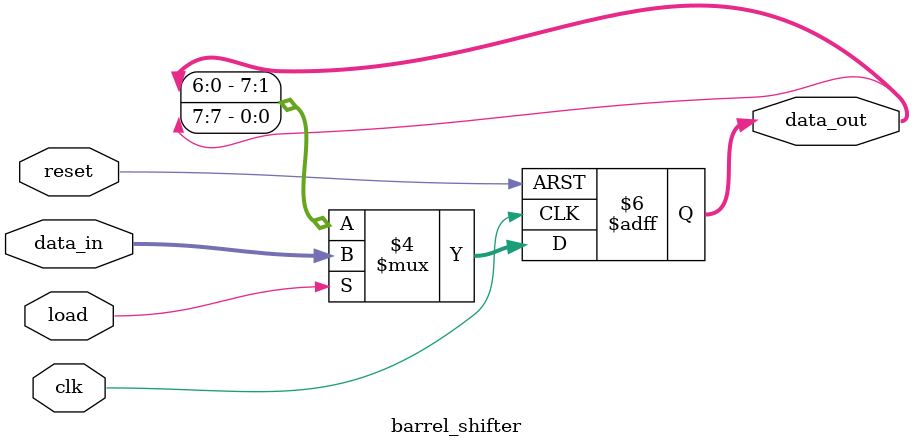
<source format=v>

/*#
# SharkBoad
# Copyright (C) 2012 Bogotá, Colombia
#
# This program is free software: you can redistribute it and/or modify
# it under the terms of the GNU General Public License as published by
# the Free Software Foundation, version 3 of the License.
#
# This program is distributed in the hope that it will be useful,
# but WITHOUT ANY WARRANTY; without even the implied warranty of
# MERCHANTABILITY or FITNESS FOR A PARTICULAR PURPOSE.  See the
# GNU General Public License for more details.
#
# You should have received a copy of the GNU General Public License
# along with this program.  If not, see <http://www.gnu.org/licenses/>.
#*/

/*
  _________.__                  __   __________                       .___
 /   _____/|  |__ _____ _______|  | _\______   \ _________ _______  __| _/
 \_____  \ |  |  \\__  \\_  __ \  |/ /|    |  _//  _ \__  \\_  __ \/ __ | 
 /        \|   Y  \/ __ \|  | \/    < |    |   (  <_> ) __ \|  | \/ /_/ | 
/_______  /|___|  (____  /__|  |__|_ \|______  /\____(____  /__|  \____ | 
        \/      \/     \/           \/       \/           \/           \/ 

*/
// Based on Pong P. Chu - FPGA Prototyping by Verilog Examples 
// Listing 4.11

module barrel_shifter
	#(
    parameter N=8 // number of bits in counter
    )
	(
	output reg [N-1:0] data_out,
	input [N-1:0] data_in,
	input load, clk, reset
	);
	
	always @ (posedge reset or posedge clk)
	if (reset == 1'b1) data_out<= 8'b0;
	else if (load)    data_out<= data_in;
	else              data_out<= {data_out[6:0], data_out[7]};
	

endmodule 

</source>
